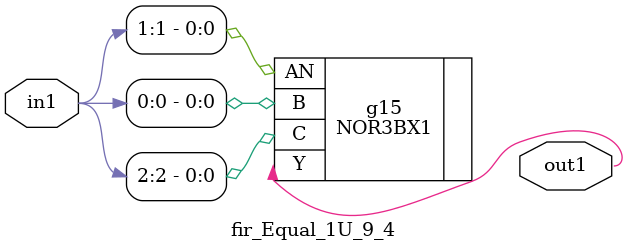
<source format=v>
`timescale 1ps / 1ps


module fir_Equal_1U_9_4(in1, out1);
  input [2:0] in1;
  output out1;
  wire [2:0] in1;
  wire out1;
  NOR3BX1 g15(.AN (in1[1]), .B (in1[0]), .C (in1[2]), .Y (out1));
endmodule



</source>
